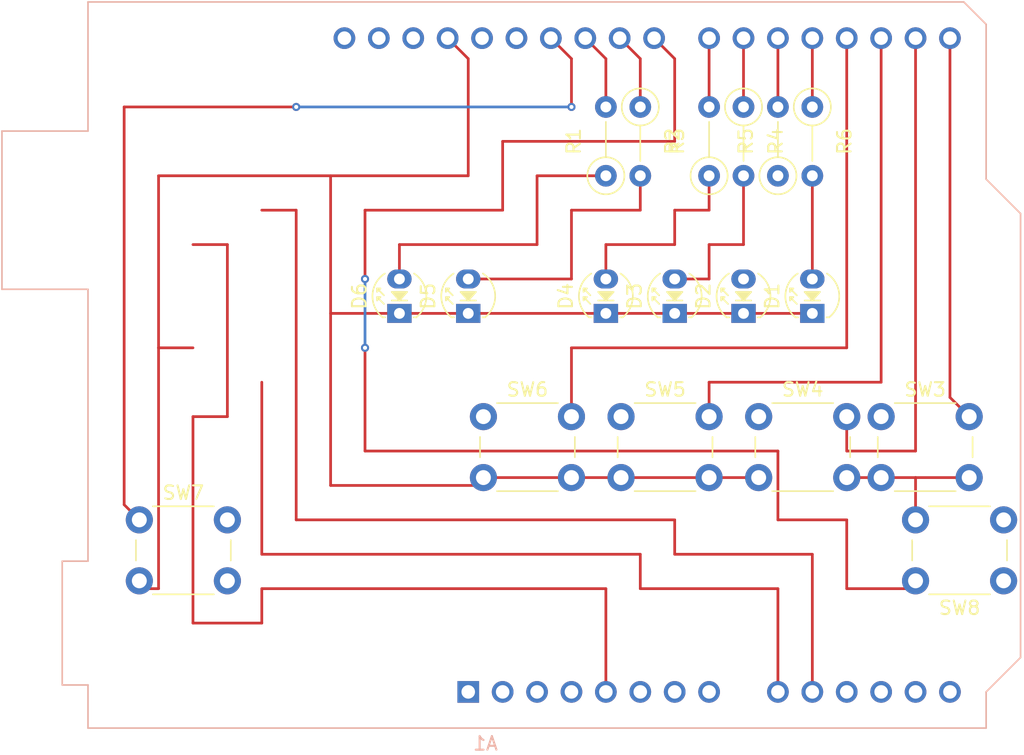
<source format=kicad_pcb>
(kicad_pcb (version 20241229) (generator "pcbnew") (generator_version "9.0")
  (layers (0 "F.Cu" signal) (2 "B.Cu" signal) (13 "F.Paste" user) (15 "B.Paste" user) (5 "F.SilkS" user "F.Silkscreen") (7 "B.SilkS" user "B.Silkscreen") (1 "F.Mask" user) (3 "B.Mask" user) (25 "Edge.Cuts" user))
  (net 0 "")
  (net 1 "AD2")
  (net 3 "5V")
  (net 4 "AD1")
  (net 5 "E2")
  (net 6 "S2")
  (net 8 "A2")
  (net 9 "A4")
  (net 10 "PWM2")
  (net 13 "E3")
  (net 14 "GNDD")
  (net 16 "S1")
  (net 18 "E4")
  (net 19 "PWM1")
  (net 25 "A1")
  (net 27 "E1")
  (net 29 "A3")
  (net 31 "Net-(D1-A)")
  (net 34 "Net-(D4-A)")
  (net 35 "Net-(D5-A)")
  (net 36 "Net-(D6-A)")
  (footprint "Resistor_THT:R_Axial_DIN0207_L6.3mm_D2.5mm_P5.08mm_Vertical" (layer "F.Cu") (at 111.76 109.22 90)
    (property "Reference" "R1" (at 2.54 -2.37 90) (layer "F.SilkS"))
    (property "Value" "220Ω")
    (fp_line (start 1.37 0) (end 3.98 0) (stroke (width 0.12)) (layer "F.SilkS"))
    (fp_circle (center 0 0) (end 1.37 0) (stroke (width 0.12)) (fill no) (layer "F.SilkS"))
    (pad "1" thru_hole circle (at 0 0 90) (size 1.6 1.6) (drill 0.8) (layers "*.Cu" "*.Mask") (net 36 "Net-(D6-A)"))
    (pad "2" thru_hole circle (at 5.08 0 90) (size 1.6 1.6) (drill 0.8) (layers "*.Cu" "*.Mask") (net 10 "PWM2"))
  )
  (footprint "Resistor_THT:R_Axial_DIN0207_L6.3mm_D2.5mm_P5.08mm_Vertical" (layer "F.Cu") (at 127 104.14 -90)
    (property "Reference" "R6" (at 2.54 -2.37 90) (layer "F.SilkS"))
    (property "Value" "220Ω")
    (fp_line (start 1.37 0) (end 3.98 0) (stroke (width 0.12)) (layer "F.SilkS"))
    (fp_circle (center 0 0) (end 1.37 0) (stroke (width 0.12)) (fill no) (layer "F.SilkS"))
    (pad "1" thru_hole circle (at 0 0 270) (size 1.6 1.6) (drill 0.8) (layers "*.Cu" "*.Mask") (net 25 "A1"))
    (pad "2" thru_hole circle (at 5.08 0 270) (size 1.6 1.6) (drill 0.8) (layers "*.Cu" "*.Mask") (net 31 "Net-(D1-A)"))
  )
  (footprint "Button_Switch_THT:SW_PUSH_6mm" (layer "F.Cu") (at 77.32 134.62)
    (property "Reference" "SW7" (at 3.25 -2 0) (layer "F.SilkS"))
    (property "Value" "SW_Push")
    (fp_line (start -0.25 1.5) (end -0.25 3) (stroke (width 0.12)) (layer "F.SilkS"))
    (fp_line (start 1 5.5) (end 5.5 5.5) (stroke (width 0.12)) (layer "F.SilkS"))
    (fp_line (start 5.5 -1) (end 1 -1) (stroke (width 0.12)) (layer "F.SilkS"))
    (fp_line (start 6.75 3) (end 6.75 1.5) (stroke (width 0.12)) (layer "F.SilkS"))
    (pad "1" thru_hole circle (at 0 0 90) (size 2 2) (drill 1.1) (layers "*.Cu" "*.Mask") (net 14 "GNDD"))
    (pad "1" thru_hole circle (at 6.5 0 90) (size 2 2) (drill 1.1) (layers "*.Cu" "*.Mask") (net 14 "GNDD"))
    (pad "2" thru_hole circle (at 0 4.5 90) (size 2 2) (drill 1.1) (layers "*.Cu" "*.Mask") (net 14 "GNDD"))
    (pad "2" thru_hole circle (at 6.5 4.5 90) (size 2 2) (drill 1.1) (layers "*.Cu" "*.Mask") (net 14 "GNDD"))
  )
  (footprint "Button_Switch_THT:SW_PUSH_6mm" (layer "F.Cu") (at 123.04 127)
    (property "Reference" "SW4" (at 3.25 -2 0) (layer "F.SilkS"))
    (property "Value" "SW_Push")
    (fp_line (start -0.25 1.5) (end -0.25 3) (stroke (width 0.12)) (layer "F.SilkS"))
    (fp_line (start 1 5.5) (end 5.5 5.5) (stroke (width 0.12)) (layer "F.SilkS"))
    (fp_line (start 5.5 -1) (end 1 -1) (stroke (width 0.12)) (layer "F.SilkS"))
    (fp_line (start 6.75 3) (end 6.75 1.5) (stroke (width 0.12)) (layer "F.SilkS"))
    (pad "1" thru_hole circle (at 0 0 90) (size 2 2) (drill 1.1) (layers "*.Cu" "*.Mask") (net 14 "GNDD"))
    (pad "1" thru_hole circle (at 6.5 0 90) (size 2 2) (drill 1.1) (layers "*.Cu" "*.Mask") (net 14 "GNDD"))
    (pad "2" thru_hole circle (at 0 4.5 90) (size 2 2) (drill 1.1) (layers "*.Cu" "*.Mask") (net 14 "GNDD"))
    (pad "2" thru_hole circle (at 6.5 4.5 90) (size 2 2) (drill 1.1) (layers "*.Cu" "*.Mask") (net 14 "GNDD"))
  )
  (footprint "Resistor_THT:R_Axial_DIN0207_L6.3mm_D2.5mm_P5.08mm_Vertical" (layer "F.Cu") (at 124.46 109.22 90)
    (property "Reference" "R5" (at 2.54 -2.37 90) (layer "F.SilkS"))
    (property "Value" "220Ω")
    (fp_line (start 1.37 0) (end 3.98 0) (stroke (width 0.12)) (layer "F.SilkS"))
    (fp_circle (center 0 0) (end 1.37 0) (stroke (width 0.12)) (fill no) (layer "F.SilkS"))
    (pad "1" thru_hole circle (at 0 0 90) (size 1.6 1.6) (drill 0.8) (layers "*.Cu" "*.Mask"))
    (pad "2" thru_hole circle (at 5.08 0 90) (size 1.6 1.6) (drill 0.8) (layers "*.Cu" "*.Mask") (net 8 "A2"))
  )
  (footprint "Resistor_THT:R_Axial_DIN0207_L6.3mm_D2.5mm_P5.08mm_Vertical" (layer "F.Cu") (at 114.3 104.14 -90)
    (property "Reference" "R2" (at 2.54 -2.37 90) (layer "F.SilkS"))
    (property "Value" "220Ω")
    (fp_line (start 1.37 0) (end 3.98 0) (stroke (width 0.12)) (layer "F.SilkS"))
    (fp_circle (center 0 0) (end 1.37 0) (stroke (width 0.12)) (fill no) (layer "F.SilkS"))
    (pad "1" thru_hole circle (at 0 0 270) (size 1.6 1.6) (drill 0.8) (layers "*.Cu" "*.Mask") (net 19 "PWM1"))
    (pad "2" thru_hole circle (at 5.08 0 270) (size 1.6 1.6) (drill 0.8) (layers "*.Cu" "*.Mask") (net 35 "Net-(D5-A)"))
  )
  (footprint "LED_THT_AKL:LED_D3.0mm" (layer "F.Cu") (at 121.92 119.38 90)
    (property "Reference" "D2" (at 1.27 -2.96 90) (layer "F.SilkS"))
    (property "Value" "LED" (hide yes))
    (fp_line (start -0.29 -1.236) (end -0.29 -1.05) (stroke (width 0.12)) (layer "F.SilkS"))
    (fp_line (start 1.3335 -1.143) (end 1.8415 -1.651) (stroke (width 0.12)) (layer "F.SilkS"))
    (fp_line (start 0.6985 -1.143) (end 1.2065 -1.651) (stroke (width 0.12)) (layer "F.SilkS"))
    (fp_line (start 0.9525 -0.5715) (end 0.9525 0.5715) (stroke (width 0.12)) (layer "F.SilkS"))
    (fp_line (start -0.29 1.05) (end -0.29 1.236) (stroke (width 0.12)) (layer "F.SilkS"))
    (fp_arc (start -0.29 -1.235516) (mid 1.366487 -1.987659) (end 2.942335 -1.078608) (stroke (width 0.12)) (layer "F.SilkS"))
    (fp_arc (start 2.942335 1.078608) (mid 1.366487 1.987659) (end -0.29 1.235516) (stroke (width 0.12)) (layer "F.SilkS"))
    (fp_poly (pts (xy 1.8415 -1.397) (xy 1.5875 -1.651) (xy 1.8415 -1.651)) (stroke (width 0.12)) (fill yes) (layer "F.SilkS"))
    (fp_poly (pts (xy 1.2065 -1.397) (xy 0.9525 -1.651) (xy 1.2065 -1.651)) (stroke (width 0.12)) (fill yes) (layer "F.SilkS"))
    (fp_poly (pts (xy 1.5875 0.5715) (xy 0.9525 0) (xy 1.5875 -0.5715)) (stroke (width 0.12)) (fill yes) (layer "F.SilkS"))
    (pad "1" thru_hole rect (at 0 0 90) (size 1.4 1.8) (drill 0.8) (layers "*.Cu" "*.Mask") (net 14 "GNDD"))
    (pad "2" thru_hole oval (at 2.54 0 90) (size 1.4 1.8) (drill 0.8) (layers "*.Cu" "*.Mask"))
  )
  (footprint "Button_Switch_THT:SW_PUSH_6mm" (layer "F.Cu") (at 112.88 127)
    (property "Reference" "SW5" (at 3.25 -2 0) (layer "F.SilkS"))
    (property "Value" "SW_Push")
    (fp_line (start -0.25 1.5) (end -0.25 3) (stroke (width 0.12)) (layer "F.SilkS"))
    (fp_line (start 1 5.5) (end 5.5 5.5) (stroke (width 0.12)) (layer "F.SilkS"))
    (fp_line (start 5.5 -1) (end 1 -1) (stroke (width 0.12)) (layer "F.SilkS"))
    (fp_line (start 6.75 3) (end 6.75 1.5) (stroke (width 0.12)) (layer "F.SilkS"))
    (pad "1" thru_hole circle (at 0 0 90) (size 2 2) (drill 1.1) (layers "*.Cu" "*.Mask") (net 14 "GNDD"))
    (pad "1" thru_hole circle (at 6.5 0 90) (size 2 2) (drill 1.1) (layers "*.Cu" "*.Mask") (net 14 "GNDD"))
    (pad "2" thru_hole circle (at 0 4.5 90) (size 2 2) (drill 1.1) (layers "*.Cu" "*.Mask") (net 14 "GNDD"))
    (pad "2" thru_hole circle (at 6.5 4.5 90) (size 2 2) (drill 1.1) (layers "*.Cu" "*.Mask") (net 14 "GNDD"))
  )
  (footprint "LED_THT_AKL:LED_D3.0mm" (layer "F.Cu") (at 111.76 119.38 90)
    (property "Reference" "D4" (at 1.27 -2.96 90) (layer "F.SilkS"))
    (property "Value" "LED" (hide yes))
    (fp_line (start -0.29 -1.236) (end -0.29 -1.05) (stroke (width 0.12)) (layer "F.SilkS"))
    (fp_line (start 1.3335 -1.143) (end 1.8415 -1.651) (stroke (width 0.12)) (layer "F.SilkS"))
    (fp_line (start 0.6985 -1.143) (end 1.2065 -1.651) (stroke (width 0.12)) (layer "F.SilkS"))
    (fp_line (start 0.9525 -0.5715) (end 0.9525 0.5715) (stroke (width 0.12)) (layer "F.SilkS"))
    (fp_line (start -0.29 1.05) (end -0.29 1.236) (stroke (width 0.12)) (layer "F.SilkS"))
    (fp_arc (start -0.29 -1.235516) (mid 1.366487 -1.987659) (end 2.942335 -1.078608) (stroke (width 0.12)) (layer "F.SilkS"))
    (fp_arc (start 2.942335 1.078608) (mid 1.366487 1.987659) (end -0.29 1.235516) (stroke (width 0.12)) (layer "F.SilkS"))
    (fp_poly (pts (xy 1.8415 -1.397) (xy 1.5875 -1.651) (xy 1.8415 -1.651)) (stroke (width 0.12)) (fill yes) (layer "F.SilkS"))
    (fp_poly (pts (xy 1.2065 -1.397) (xy 0.9525 -1.651) (xy 1.2065 -1.651)) (stroke (width 0.12)) (fill yes) (layer "F.SilkS"))
    (fp_poly (pts (xy 1.5875 0.5715) (xy 0.9525 0) (xy 1.5875 -0.5715)) (stroke (width 0.12)) (fill yes) (layer "F.SilkS"))
    (pad "1" thru_hole rect (at 0 0 90) (size 1.4 1.8) (drill 0.8) (layers "*.Cu" "*.Mask") (net 14 "GNDD"))
    (pad "2" thru_hole oval (at 2.54 0 90) (size 1.4 1.8) (drill 0.8) (layers "*.Cu" "*.Mask") (net 34 "Net-(D4-A)"))
  )
  (footprint "LED_THT_AKL:LED_D3.0mm" (layer "F.Cu") (at 127 119.38 90)
    (property "Reference" "D1" (at 1.27 -2.96 90) (layer "F.SilkS"))
    (property "Value" "LED" (hide yes))
    (fp_line (start -0.29 -1.236) (end -0.29 -1.05) (stroke (width 0.12)) (layer "F.SilkS"))
    (fp_line (start 1.3335 -1.143) (end 1.8415 -1.651) (stroke (width 0.12)) (layer "F.SilkS"))
    (fp_line (start 0.6985 -1.143) (end 1.2065 -1.651) (stroke (width 0.12)) (layer "F.SilkS"))
    (fp_line (start 0.9525 -0.5715) (end 0.9525 0.5715) (stroke (width 0.12)) (layer "F.SilkS"))
    (fp_line (start -0.29 1.05) (end -0.29 1.236) (stroke (width 0.12)) (layer "F.SilkS"))
    (fp_arc (start -0.29 -1.235516) (mid 1.366487 -1.987659) (end 2.942335 -1.078608) (stroke (width 0.12)) (layer "F.SilkS"))
    (fp_arc (start 2.942335 1.078608) (mid 1.366487 1.987659) (end -0.29 1.235516) (stroke (width 0.12)) (layer "F.SilkS"))
    (fp_poly (pts (xy 1.8415 -1.397) (xy 1.5875 -1.651) (xy 1.8415 -1.651)) (stroke (width 0.12)) (fill yes) (layer "F.SilkS"))
    (fp_poly (pts (xy 1.2065 -1.397) (xy 0.9525 -1.651) (xy 1.2065 -1.651)) (stroke (width 0.12)) (fill yes) (layer "F.SilkS"))
    (fp_poly (pts (xy 1.5875 0.5715) (xy 0.9525 0) (xy 1.5875 -0.5715)) (stroke (width 0.12)) (fill yes) (layer "F.SilkS"))
    (pad "1" thru_hole rect (at 0 0 90) (size 1.4 1.8) (drill 0.8) (layers "*.Cu" "*.Mask") (net 14 "GNDD"))
    (pad "2" thru_hole oval (at 2.54 0 90) (size 1.4 1.8) (drill 0.8) (layers "*.Cu" "*.Mask") (net 31 "Net-(D1-A)"))
  )
  (footprint "Button_Switch_THT:SW_PUSH_6mm" (layer "F.Cu") (at 132.08 127)
    (property "Reference" "SW3" (at 3.25 -2 0) (layer "F.SilkS"))
    (property "Value" "SW_Push")
    (fp_line (start -0.25 1.5) (end -0.25 3) (stroke (width 0.12)) (layer "F.SilkS"))
    (fp_line (start 1 5.5) (end 5.5 5.5) (stroke (width 0.12)) (layer "F.SilkS"))
    (fp_line (start 5.5 -1) (end 1 -1) (stroke (width 0.12)) (layer "F.SilkS"))
    (fp_line (start 6.75 3) (end 6.75 1.5) (stroke (width 0.12)) (layer "F.SilkS"))
    (pad "1" thru_hole circle (at 0 0 90) (size 2 2) (drill 1.1) (layers "*.Cu" "*.Mask") (net 14 "GNDD"))
    (pad "1" thru_hole circle (at 6.5 0 90) (size 2 2) (drill 1.1) (layers "*.Cu" "*.Mask") (net 14 "GNDD"))
    (pad "2" thru_hole circle (at 0 4.5 90) (size 2 2) (drill 1.1) (layers "*.Cu" "*.Mask") (net 14 "GNDD"))
    (pad "2" thru_hole circle (at 6.5 4.5 90) (size 2 2) (drill 1.1) (layers "*.Cu" "*.Mask") (net 14 "GNDD"))
  )
  (footprint "Button_Switch_THT:SW_PUSH_6mm" (layer "F.Cu") (at 102.72 127)
    (property "Reference" "SW6" (at 3.25 -2 0) (layer "F.SilkS"))
    (property "Value" "SW_Push")
    (fp_line (start -0.25 1.5) (end -0.25 3) (stroke (width 0.12)) (layer "F.SilkS"))
    (fp_line (start 1 5.5) (end 5.5 5.5) (stroke (width 0.12)) (layer "F.SilkS"))
    (fp_line (start 5.5 -1) (end 1 -1) (stroke (width 0.12)) (layer "F.SilkS"))
    (fp_line (start 6.75 3) (end 6.75 1.5) (stroke (width 0.12)) (layer "F.SilkS"))
    (pad "1" thru_hole circle (at 0 0 90) (size 2 2) (drill 1.1) (layers "*.Cu" "*.Mask") (net 14 "GNDD"))
    (pad "1" thru_hole circle (at 6.5 0 90) (size 2 2) (drill 1.1) (layers "*.Cu" "*.Mask") (net 14 "GNDD"))
    (pad "2" thru_hole circle (at 0 4.5 90) (size 2 2) (drill 1.1) (layers "*.Cu" "*.Mask") (net 14 "GNDD"))
    (pad "2" thru_hole circle (at 6.5 4.5 90) (size 2 2) (drill 1.1) (layers "*.Cu" "*.Mask") (net 14 "GNDD"))
  )
  (footprint "LED_THT_AKL:LED_D3.0mm" (layer "F.Cu") (at 96.52 119.38 90)
    (property "Reference" "D6" (at 1.27 -2.96 90) (layer "F.SilkS"))
    (property "Value" "LED" (hide yes))
    (fp_line (start -0.29 -1.236) (end -0.29 -1.05) (stroke (width 0.12)) (layer "F.SilkS"))
    (fp_line (start 1.3335 -1.143) (end 1.8415 -1.651) (stroke (width 0.12)) (layer "F.SilkS"))
    (fp_line (start 0.6985 -1.143) (end 1.2065 -1.651) (stroke (width 0.12)) (layer "F.SilkS"))
    (fp_line (start 0.9525 -0.5715) (end 0.9525 0.5715) (stroke (width 0.12)) (layer "F.SilkS"))
    (fp_line (start -0.29 1.05) (end -0.29 1.236) (stroke (width 0.12)) (layer "F.SilkS"))
    (fp_arc (start -0.29 -1.235516) (mid 1.366487 -1.987659) (end 2.942335 -1.078608) (stroke (width 0.12)) (layer "F.SilkS"))
    (fp_arc (start 2.942335 1.078608) (mid 1.366487 1.987659) (end -0.29 1.235516) (stroke (width 0.12)) (layer "F.SilkS"))
    (fp_poly (pts (xy 1.8415 -1.397) (xy 1.5875 -1.651) (xy 1.8415 -1.651)) (stroke (width 0.12)) (fill yes) (layer "F.SilkS"))
    (fp_poly (pts (xy 1.2065 -1.397) (xy 0.9525 -1.651) (xy 1.2065 -1.651)) (stroke (width 0.12)) (fill yes) (layer "F.SilkS"))
    (fp_poly (pts (xy 1.5875 0.5715) (xy 0.9525 0) (xy 1.5875 -0.5715)) (stroke (width 0.12)) (fill yes) (layer "F.SilkS"))
    (pad "1" thru_hole rect (at 0 0 90) (size 1.4 1.8) (drill 0.8) (layers "*.Cu" "*.Mask") (net 14 "GNDD"))
    (pad "2" thru_hole oval (at 2.54 0 90) (size 1.4 1.8) (drill 0.8) (layers "*.Cu" "*.Mask") (net 36 "Net-(D6-A)"))
  )
  (footprint "Resistor_THT:R_Axial_DIN0207_L6.3mm_D2.5mm_P5.08mm_Vertical" (layer "F.Cu") (at 121.92 104.14 -90)
    (property "Reference" "R4" (at 2.54 -2.37 90) (layer "F.SilkS"))
    (property "Value" "220Ω")
    (fp_line (start 1.37 0) (end 3.98 0) (stroke (width 0.12)) (layer "F.SilkS"))
    (fp_circle (center 0 0) (end 1.37 0) (stroke (width 0.12)) (fill no) (layer "F.SilkS"))
    (pad "1" thru_hole circle (at 0 0 270) (size 1.6 1.6) (drill 0.8) (layers "*.Cu" "*.Mask"))
    (pad "2" thru_hole circle (at 5.08 0 270) (size 1.6 1.6) (drill 0.8) (layers "*.Cu" "*.Mask"))
  )
  (footprint "LED_THT_AKL:LED_D3.0mm" (layer "F.Cu") (at 101.6 119.38 90)
    (property "Reference" "D5" (at 1.27 -2.96 90) (layer "F.SilkS"))
    (property "Value" "LED" (hide yes))
    (fp_line (start -0.29 -1.236) (end -0.29 -1.05) (stroke (width 0.12)) (layer "F.SilkS"))
    (fp_line (start 1.3335 -1.143) (end 1.8415 -1.651) (stroke (width 0.12)) (layer "F.SilkS"))
    (fp_line (start 0.6985 -1.143) (end 1.2065 -1.651) (stroke (width 0.12)) (layer "F.SilkS"))
    (fp_line (start 0.9525 -0.5715) (end 0.9525 0.5715) (stroke (width 0.12)) (layer "F.SilkS"))
    (fp_line (start -0.29 1.05) (end -0.29 1.236) (stroke (width 0.12)) (layer "F.SilkS"))
    (fp_arc (start -0.29 -1.235516) (mid 1.366487 -1.987659) (end 2.942335 -1.078608) (stroke (width 0.12)) (layer "F.SilkS"))
    (fp_arc (start 2.942335 1.078608) (mid 1.366487 1.987659) (end -0.29 1.235516) (stroke (width 0.12)) (layer "F.SilkS"))
    (fp_poly (pts (xy 1.8415 -1.397) (xy 1.5875 -1.651) (xy 1.8415 -1.651)) (stroke (width 0.12)) (fill yes) (layer "F.SilkS"))
    (fp_poly (pts (xy 1.2065 -1.397) (xy 0.9525 -1.651) (xy 1.2065 -1.651)) (stroke (width 0.12)) (fill yes) (layer "F.SilkS"))
    (fp_poly (pts (xy 1.5875 0.5715) (xy 0.9525 0) (xy 1.5875 -0.5715)) (stroke (width 0.12)) (fill yes) (layer "F.SilkS"))
    (pad "1" thru_hole rect (at 0 0 90) (size 1.4 1.8) (drill 0.8) (layers "*.Cu" "*.Mask") (net 14 "GNDD"))
    (pad "2" thru_hole oval (at 2.54 0 90) (size 1.4 1.8) (drill 0.8) (layers "*.Cu" "*.Mask") (net 35 "Net-(D5-A)"))
  )
  (footprint "Resistor_THT:R_Axial_DIN0207_L6.3mm_D2.5mm_P5.08mm_Vertical" (layer "F.Cu") (at 119.38 109.22 90)
    (property "Reference" "R3" (at 2.54 -2.37 90) (layer "F.SilkS"))
    (property "Value" "220Ω")
    (fp_line (start 1.37 0) (end 3.98 0) (stroke (width 0.12)) (layer "F.SilkS"))
    (fp_circle (center 0 0) (end 1.37 0) (stroke (width 0.12)) (fill no) (layer "F.SilkS"))
    (pad "1" thru_hole circle (at 0 0 90) (size 1.6 1.6) (drill 0.8) (layers "*.Cu" "*.Mask") (net 34 "Net-(D4-A)"))
    (pad "2" thru_hole circle (at 5.08 0 90) (size 1.6 1.6) (drill 0.8) (layers "*.Cu" "*.Mask") (net 9 "A4"))
  )
  (footprint "Button_Switch_THT:SW_PUSH_6mm" (layer "F.Cu") (at 141.12 139.12 180)
    (property "Reference" "SW8" (at 3.25 -2 0) (layer "F.SilkS"))
    (property "Value" "SW_Push")
    (fp_line (start 6.75 3) (end 6.75 1.5) (stroke (width 0.12)) (layer "F.SilkS"))
    (fp_line (start 5.5 -1) (end 1 -1) (stroke (width 0.12)) (layer "F.SilkS"))
    (fp_line (start 1 5.5) (end 5.5 5.5) (stroke (width 0.12)) (layer "F.SilkS"))
    (fp_line (start -0.25 1.5) (end -0.25 3) (stroke (width 0.12)) (layer "F.SilkS"))
    (pad "1" thru_hole circle (at 0 0 270) (size 2 2) (drill 1.1) (layers "*.Cu" "*.Mask") (net 14 "GNDD"))
    (pad "1" thru_hole circle (at 6.5 0 270) (size 2 2) (drill 1.1) (layers "*.Cu" "*.Mask") (net 14 "GNDD"))
    (pad "2" thru_hole circle (at 0 4.5 270) (size 2 2) (drill 1.1) (layers "*.Cu" "*.Mask") (net 14 "GNDD"))
    (pad "2" thru_hole circle (at 6.5 4.5 270) (size 2 2) (drill 1.1) (layers "*.Cu" "*.Mask") (net 14 "GNDD"))
  )
  (footprint "LED_THT_AKL:LED_D3.0mm" (layer "F.Cu") (at 116.84 119.38 90)
    (property "Reference" "D3" (at 1.27 -2.96 90) (layer "F.SilkS"))
    (property "Value" "LED" (hide yes))
    (fp_line (start -0.29 -1.236) (end -0.29 -1.05) (stroke (width 0.12)) (layer "F.SilkS"))
    (fp_line (start 1.3335 -1.143) (end 1.8415 -1.651) (stroke (width 0.12)) (layer "F.SilkS"))
    (fp_line (start 0.6985 -1.143) (end 1.2065 -1.651) (stroke (width 0.12)) (layer "F.SilkS"))
    (fp_line (start 0.9525 -0.5715) (end 0.9525 0.5715) (stroke (width 0.12)) (layer "F.SilkS"))
    (fp_line (start -0.29 1.05) (end -0.29 1.236) (stroke (width 0.12)) (layer "F.SilkS"))
    (fp_arc (start -0.29 -1.235516) (mid 1.366487 -1.987659) (end 2.942335 -1.078608) (stroke (width 0.12)) (layer "F.SilkS"))
    (fp_arc (start 2.942335 1.078608) (mid 1.366487 1.987659) (end -0.29 1.235516) (stroke (width 0.12)) (layer "F.SilkS"))
    (fp_poly (pts (xy 1.8415 -1.397) (xy 1.5875 -1.651) (xy 1.8415 -1.651)) (stroke (width 0.12)) (fill yes) (layer "F.SilkS"))
    (fp_poly (pts (xy 1.2065 -1.397) (xy 0.9525 -1.651) (xy 1.2065 -1.651)) (stroke (width 0.12)) (fill yes) (layer "F.SilkS"))
    (fp_poly (pts (xy 1.5875 0.5715) (xy 0.9525 0) (xy 1.5875 -0.5715)) (stroke (width 0.12)) (fill yes) (layer "F.SilkS"))
    (pad "1" thru_hole rect (at 0 0 90) (size 1.4 1.8) (drill 0.8) (layers "*.Cu" "*.Mask") (net 14 "GNDD"))
    (pad "2" thru_hole oval (at 2.54 0 90) (size 1.4 1.8) (drill 0.8) (layers "*.Cu" "*.Mask"))
  )
  (footprint "Module:Arduino_UNO_R3" (layer "B.Cu") (at 101.6 147.32)
    (property "Reference" "A1" (at 1.27 3.81 0) (layer "B.SilkS") (effects (justify mirror)))
    (property "Value" "Arduino_UNO_R3")
    (fp_line (start -34.42 -41.4) (end -28.07 -41.4) (stroke (width 0.12)) (layer "B.SilkS"))
    (fp_line (start -34.42 -29.72) (end -34.42 -41.4) (stroke (width 0.12)) (layer "B.SilkS"))
    (fp_line (start -29.97 -9.65) (end -28.07 -9.65) (stroke (width 0.12)) (layer "B.SilkS"))
    (fp_line (start -29.97 -0.51) (end -29.97 -9.65) (stroke (width 0.12)) (layer "B.SilkS"))
    (fp_line (start -28.07 -50.93) (end 36.58 -50.93) (stroke (width 0.12)) (layer "B.SilkS"))
    (fp_line (start -28.07 -41.4) (end -28.07 -50.93) (stroke (width 0.12)) (layer "B.SilkS"))
    (fp_line (start -28.07 -29.72) (end -34.42 -29.72) (stroke (width 0.12)) (layer "B.SilkS"))
    (fp_line (start -28.07 -9.65) (end -28.07 -29.72) (stroke (width 0.12)) (layer "B.SilkS"))
    (fp_line (start -28.07 -0.51) (end -29.97 -0.51) (stroke (width 0.12)) (layer "B.SilkS"))
    (fp_line (start -28.07 2.67) (end -28.07 -0.51) (stroke (width 0.12)) (layer "B.SilkS"))
    (fp_line (start 36.58 -50.93) (end 38.23 -49.28) (stroke (width 0.12)) (layer "B.SilkS"))
    (fp_line (start 38.23 -49.28) (end 38.23 -37.85) (stroke (width 0.12)) (layer "B.SilkS"))
    (fp_line (start 38.23 -37.85) (end 40.77 -35.31) (stroke (width 0.12)) (layer "B.SilkS"))
    (fp_line (start 38.23 0) (end 38.23 2.67) (stroke (width 0.12)) (layer "B.SilkS"))
    (fp_line (start 38.23 2.67) (end -28.07 2.67) (stroke (width 0.12)) (layer "B.SilkS"))
    (fp_line (start 40.77 -35.31) (end 40.77 -2.54) (stroke (width 0.12)) (layer "B.SilkS"))
    (fp_line (start 40.77 -2.54) (end 38.23 0) (stroke (width 0.12)) (layer "B.SilkS"))
    (pad "1" thru_hole rect (at 0 0 270) (size 1.6 1.6) (drill 1) (layers "*.Cu" "*.Mask"))
    (pad "2" thru_hole oval (at 2.54 0 270) (size 1.6 1.6) (drill 1) (layers "*.Cu" "*.Mask"))
    (pad "3" thru_hole oval (at 5.08 0 270) (size 1.6 1.6) (drill 1) (layers "*.Cu" "*.Mask"))
    (pad "4" thru_hole oval (at 7.62 0 270) (size 1.6 1.6) (drill 1) (layers "*.Cu" "*.Mask"))
    (pad "5" thru_hole oval (at 10.16 0 270) (size 1.6 1.6) (drill 1) (layers "*.Cu" "*.Mask") (net 3 "5V"))
    (pad "6" thru_hole oval (at 12.7 0 270) (size 1.6 1.6) (drill 1) (layers "*.Cu" "*.Mask") (net 14 "GNDD"))
    (pad "7" thru_hole oval (at 15.24 0 270) (size 1.6 1.6) (drill 1) (layers "*.Cu" "*.Mask") (net 14 "GNDD"))
    (pad "8" thru_hole oval (at 17.78 0 270) (size 1.6 1.6) (drill 1) (layers "*.Cu" "*.Mask"))
    (pad "9" thru_hole oval (at 22.86 0 270) (size 1.6 1.6) (drill 1) (layers "*.Cu" "*.Mask") (net 4 "AD1"))
    (pad "10" thru_hole oval (at 25.4 0 270) (size 1.6 1.6) (drill 1) (layers "*.Cu" "*.Mask") (net 1 "AD2"))
    (pad "11" thru_hole oval (at 27.94 0 270) (size 1.6 1.6) (drill 1) (layers "*.Cu" "*.Mask"))
    (pad "12" thru_hole oval (at 30.48 0 270) (size 1.6 1.6) (drill 1) (layers "*.Cu" "*.Mask"))
    (pad "13" thru_hole oval (at 33.02 0 270) (size 1.6 1.6) (drill 1) (layers "*.Cu" "*.Mask"))
    (pad "14" thru_hole oval (at 35.56 0 270) (size 1.6 1.6) (drill 1) (layers "*.Cu" "*.Mask"))
    (pad "15" thru_hole oval (at 35.56 -48.26 270) (size 1.6 1.6) (drill 1) (layers "*.Cu" "*.Mask") (net 27 "E1"))
    (pad "16" thru_hole oval (at 33.02 -48.26 270) (size 1.6 1.6) (drill 1) (layers "*.Cu" "*.Mask") (net 5 "E2"))
    (pad "17" thru_hole oval (at 30.48 -48.26 270) (size 1.6 1.6) (drill 1) (layers "*.Cu" "*.Mask") (net 13 "E3"))
    (pad "18" thru_hole oval (at 27.94 -48.26 270) (size 1.6 1.6) (drill 1) (layers "*.Cu" "*.Mask") (net 18 "E4"))
    (pad "19" thru_hole oval (at 25.4 -48.26 270) (size 1.6 1.6) (drill 1) (layers "*.Cu" "*.Mask") (net 25 "A1"))
    (pad "20" thru_hole oval (at 22.86 -48.26 270) (size 1.6 1.6) (drill 1) (layers "*.Cu" "*.Mask") (net 8 "A2"))
    (pad "21" thru_hole oval (at 20.32 -48.26 270) (size 1.6 1.6) (drill 1) (layers "*.Cu" "*.Mask") (net 29 "A3"))
    (pad "22" thru_hole oval (at 17.78 -48.26 270) (size 1.6 1.6) (drill 1) (layers "*.Cu" "*.Mask") (net 9 "A4"))
    (pad "23" thru_hole oval (at 13.72 -48.26 270) (size 1.6 1.6) (drill 1) (layers "*.Cu" "*.Mask") (net 6 "S2"))
    (pad "24" thru_hole oval (at 11.18 -48.26 270) (size 1.6 1.6) (drill 1) (layers "*.Cu" "*.Mask") (net 19 "PWM1"))
    (pad "25" thru_hole oval (at 8.64 -48.26 270) (size 1.6 1.6) (drill 1) (layers "*.Cu" "*.Mask") (net 10 "PWM2"))
    (pad "26" thru_hole oval (at 6.1 -48.26 270) (size 1.6 1.6) (drill 1) (layers "*.Cu" "*.Mask") (net 16 "S1"))
    (pad "27" thru_hole oval (at 3.56 -48.26 270) (size 1.6 1.6) (drill 1) (layers "*.Cu" "*.Mask"))
    (pad "28" thru_hole oval (at 1.02 -48.26 270) (size 1.6 1.6) (drill 1) (layers "*.Cu" "*.Mask"))
    (pad "29" thru_hole oval (at -1.52 -48.26 270) (size 1.6 1.6) (drill 1) (layers "*.Cu" "*.Mask") (net 14 "GNDD"))
    (pad "30" thru_hole oval (at -4.06 -48.26 270) (size 1.6 1.6) (drill 1) (layers "*.Cu" "*.Mask"))
    (pad "31" thru_hole oval (at -6.6 -48.26 270) (size 1.6 1.6) (drill 1) (layers "*.Cu" "*.Mask"))
    (pad "32" thru_hole oval (at -9.14 -48.26 270) (size 1.6 1.6) (drill 1) (layers "*.Cu" "*.Mask"))
  )
  (gr_line (start 127 99.06) (end 127 104.14) (stroke (width 0.2)) (layer "F.Cu") (net 25))
  (gr_line (start 127 116.84) (end 127 109.22) (stroke (width 0.2)) (layer "F.Cu") (net 31))
  (gr_line (start 127 119.38) (end 91.44 119.38) (stroke (width 0.2)) (layer "F.Cu") (net 14))
  (segment (start 121.92 114.3) (end 119.38 114.3) (width 0.2) (layer "F.Cu") (net 0))
  (segment (start 121.92 109.22) (end 121.92 114.3) (width 0.2) (layer "F.Cu") (net 0))
  (segment (start 119.38 114.3) (end 119.38 116.84) (width 0.2) (layer "F.Cu") (net 0))
  (segment (start 119.38 116.84) (end 116.84 116.84) (width 0.2) (layer "F.Cu") (net 0))
  (segment (start 116.84 137.16) (end 116.84 134.62) (width 0.2) (layer "F.Cu") (net 1))
  (segment (start 116.84 134.62) (end 88.9 134.62) (width 0.2) (layer "F.Cu") (net 1))
  (segment (start 88.9 134.62) (end 88.9 111.76) (width 0.2) (layer "F.Cu") (net 1))
  (segment (start 127 137.16) (end 116.84 137.16) (width 0.2) (layer "F.Cu") (net 1))
  (segment (start 88.9 111.76) (end 86.36 111.76) (width 0.2) (layer "F.Cu") (net 1))
  (segment (start 127 147.32) (end 127 137.16) (width 0.2) (layer "F.Cu") (net 1))
  (segment (start 81.28 127) (end 81.28 142.24) (width 0.2) (layer "F.Cu") (net 3))
  (segment (start 86.36 139.7) (end 86.36 142.24) (width 0.2) (layer "F.Cu") (net 3))
  (segment (start 111.76 147.32) (end 111.76 139.7) (width 0.2) (layer "F.Cu") (net 3))
  (segment (start 86.36 142.24) (end 81.28 142.24) (width 0.2) (layer "F.Cu") (net 3))
  (segment (start 83.82 114.3) (end 83.82 127) (width 0.2) (layer "F.Cu") (net 3))
  (segment (start 83.82 127) (end 81.28 127) (width 0.2) (layer "F.Cu") (net 3))
  (segment (start 81.28 114.3) (end 83.82 114.3) (width 0.2) (layer "F.Cu") (net 3))
  (segment (start 111.76 139.7) (end 86.36 139.7) (width 0.2) (layer "F.Cu") (net 3))
  (segment (start 86.36 137.16) (end 86.36 124.46) (width 0.2) (layer "F.Cu") (net 4))
  (segment (start 114.3 137.16) (end 86.36 137.16) (width 0.2) (layer "F.Cu") (net 4))
  (segment (start 124.46 139.7) (end 114.3 139.7) (width 0.2) (layer "F.Cu") (net 4))
  (segment (start 124.46 147.32) (end 124.46 139.7) (width 0.2) (layer "F.Cu") (net 4))
  (segment (start 114.3 139.7) (end 114.3 137.16) (width 0.2) (layer "F.Cu") (net 4))
  (segment (start 134.62 129.54) (end 129.54 129.54) (width 0.2) (layer "F.Cu") (net 5))
  (segment (start 134.62 99.06) (end 134.62 129.54) (width 0.2) (layer "F.Cu") (net 5))
  (segment (start 129.54 129.54) (end 129.54 127) (width 0.2) (layer "F.Cu") (net 5))
  (segment (start 104.14 106.68) (end 116.84 106.68) (width 0.2) (layer "F.Cu") (net 6))
  (segment (start 93.98 129.54) (end 93.98 121.92) (width 0.2) (layer "F.Cu") (net 6))
  (segment (start 129.54 139.7) (end 129.54 134.62) (width 0.2) (layer "F.Cu") (net 6))
  (segment (start 129.54 139.7) (end 134.04 139.7) (width 0.2) (layer "F.Cu") (net 6))
  (segment (start 129.54 134.62) (end 124.46 134.62) (width 0.2) (layer "F.Cu") (net 6))
  (segment (start 93.98 111.76) (end 104.14 111.76) (width 0.2) (layer "F.Cu") (net 6))
  (segment (start 134.04 139.7) (end 134.62 139.12) (width 0.2) (layer "F.Cu") (net 6))
  (segment (start 124.46 134.62) (end 124.46 129.54) (width 0.2) (layer "F.Cu") (net 6))
  (segment (start 104.14 111.76) (end 104.14 106.68) (width 0.2) (layer "F.Cu") (net 6))
  (segment (start 116.84 106.68) (end 116.84 100.58) (width 0.2) (layer "F.Cu") (net 6))
  (segment (start 93.98 116.84) (end 93.98 111.76) (width 0.2) (layer "F.Cu") (net 6))
  (segment (start 124.46 129.54) (end 93.98 129.54) (width 0.2) (layer "F.Cu") (net 6))
  (segment (start 116.84 100.58) (end 115.32 99.06) (width 0.2) (layer "F.Cu") (net 6))
  (via (at 93.98 116.84) (size 0.6) (drill 0.3) (layers "F.Cu" "B.Cu") (net 6))
  (via (at 93.98 121.92) (size 0.6) (drill 0.3) (layers "F.Cu" "B.Cu") (net 6))
  (segment (start 93.98 116.84) (end 93.98 121.92) (width 0.2) (layer "B.Cu") (net 6))
  (segment (start 124.46 104.14) (end 124.46 99.06) (width 0.2) (layer "F.Cu") (net 8))
  (segment (start 119.38 104.14) (end 119.38 99.06) (width 0.2) (layer "F.Cu") (net 9))
  (segment (start 111.76 104.14) (end 111.76 100.58) (width 0.2) (layer "F.Cu") (net 10))
  (segment (start 111.76 100.58) (end 110.24 99.06) (width 0.2) (layer "F.Cu") (net 10))
  (segment (start 132.08 124.46) (end 119.38 124.46) (width 0.2) (layer "F.Cu") (net 13))
  (segment (start 132.08 99.06) (end 132.08 124.46) (width 0.2) (layer "F.Cu") (net 13))
  (segment (start 119.38 124.46) (end 119.38 127) (width 0.2) (layer "F.Cu") (net 13))
  (segment (start 134.62 134.62) (end 134.62 131.5) (width 0.2) (layer "F.Cu") (net 14))
  (segment (start 91.44 132.08) (end 102.14 132.08) (width 0.2) (layer "F.Cu") (net 14))
  (segment (start 78.74 121.92) (end 81.28 121.92) (width 0.2) (layer "F.Cu") (net 14))
  (segment (start 101.6 100.58) (end 101.6 109.22) (width 0.2) (layer "F.Cu") (net 14))
  (segment (start 78.74 121.92) (end 78.74 139.7) (width 0.2) (layer "F.Cu") (net 14))
  (segment (start 129.54 131.5) (end 134.62 131.5) (width 0.2) (layer "F.Cu") (net 14))
  (segment (start 78.74 139.7) (end 77.9 139.7) (width 0.2) (layer "F.Cu") (net 14))
  (segment (start 100.08 99.06) (end 101.6 100.58) (width 0.2) (layer "F.Cu") (net 14))
  (segment (start 101.6 109.22) (end 91.44 109.22) (width 0.2) (layer "F.Cu") (net 14))
  (segment (start 91.44 109.22) (end 78.74 109.22) (width 0.2) (layer "F.Cu") (net 14))
  (segment (start 77.9 139.7) (end 77.32 139.12) (width 0.2) (layer "F.Cu") (net 14))
  (segment (start 78.74 109.22) (end 78.74 121.92) (width 0.2) (layer "F.Cu") (net 14))
  (segment (start 134.62 131.5) (end 138.58 131.5) (width 0.2) (layer "F.Cu") (net 14))
  (segment (start 102.14 132.08) (end 102.72 131.5) (width 0.2) (layer "F.Cu") (net 14))
  (segment (start 102.72 131.5) (end 123.04 131.5) (width 0.2) (layer "F.Cu") (net 14))
  (segment (start 91.44 109.22) (end 91.44 132.08) (width 0.2) (layer "F.Cu") (net 14))
  (segment (start 76.2 133.5) (end 76.2 104.14) (width 0.2) (layer "F.Cu") (net 16))
  (segment (start 76.2 104.14) (end 88.9 104.14) (width 0.2) (layer "F.Cu") (net 16))
  (segment (start 77.32 134.62) (end 76.2 133.5) (width 0.2) (layer "F.Cu") (net 16))
  (segment (start 109.22 104.14) (end 109.22 100.58) (width 0.2) (layer "F.Cu") (net 16))
  (segment (start 109.22 100.58) (end 107.7 99.06) (width 0.2) (layer "F.Cu") (net 16))
  (via (at 109.22 104.14) (size 0.6) (drill 0.3) (layers "F.Cu" "B.Cu") (net 16))
  (via (at 88.9 104.14) (size 0.6) (drill 0.3) (layers "F.Cu" "B.Cu") (net 16))
  (segment (start 109.22 104.14) (end 88.9 104.14) (width 0.2) (layer "B.Cu") (net 16))
  (segment (start 129.54 99.06) (end 129.54 121.92) (width 0.2) (layer "F.Cu") (net 18))
  (segment (start 129.54 121.92) (end 109.22 121.92) (width 0.2) (layer "F.Cu") (net 18))
  (segment (start 109.22 121.92) (end 109.22 127) (width 0.2) (layer "F.Cu") (net 18))
  (segment (start 114.3 100.58) (end 114.3 104.14) (width 0.2) (layer "F.Cu") (net 19))
  (segment (start 112.78 99.06) (end 114.3 100.58) (width 0.2) (layer "F.Cu") (net 19))
  (segment (start 137.16 99.06) (end 137.16 125.58) (width 0.2) (layer "F.Cu") (net 27))
  (segment (start 137.16 125.58) (end 138.58 127) (width 0.2) (layer "F.Cu") (net 27))
  (segment (start 121.92 99.06) (end 121.92 104.14) (width 0.2) (layer "F.Cu") (net 29))
  (segment (start 116.84 114.3) (end 111.76 114.3) (width 0.2) (layer "F.Cu") (net 34))
  (segment (start 116.84 111.76) (end 116.84 114.3) (width 0.2) (layer "F.Cu") (net 34))
  (segment (start 111.76 114.3) (end 111.76 116.84) (width 0.2) (layer "F.Cu") (net 34))
  (segment (start 119.38 111.76) (end 116.84 111.76) (width 0.2) (layer "F.Cu") (net 34))
  (segment (start 119.38 109.22) (end 119.38 111.76) (width 0.2) (layer "F.Cu") (net 34))
  (segment (start 109.22 116.84) (end 101.6 116.84) (width 0.2) (layer "F.Cu") (net 35))
  (segment (start 109.22 111.76) (end 109.22 116.84) (width 0.2) (layer "F.Cu") (net 35))
  (segment (start 114.3 109.22) (end 114.3 111.76) (width 0.2) (layer "F.Cu") (net 35))
  (segment (start 114.3 111.76) (end 109.22 111.76) (width 0.2) (layer "F.Cu") (net 35))
  (segment (start 96.52 114.3) (end 96.52 116.84) (width 0.2) (layer "F.Cu") (net 36))
  (segment (start 111.76 109.22) (end 106.68 109.22) (width 0.2) (layer "F.Cu") (net 36))
  (segment (start 106.68 109.22) (end 106.68 114.3) (width 0.2) (layer "F.Cu") (net 36))
  (segment (start 106.68 114.3) (end 96.52 114.3) (width 0.2) (layer "F.Cu") (net 36))
)
</source>
